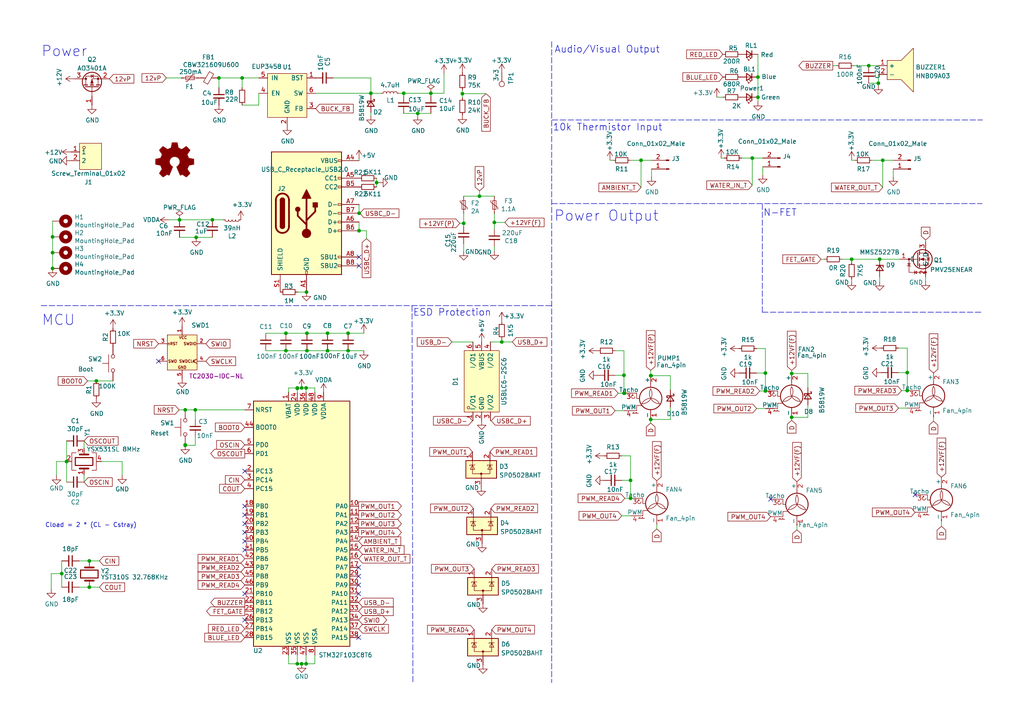
<source format=kicad_sch>
(kicad_sch (version 20211123) (generator eeschema)
  (paper "A4")
  (title_block (title "Opilio") (date "2022-09-05") (rev "5"))
  (junction (at 53.721 118.872))
  (junction (at 219.837 22.352))
  (junction (at 104.14 61.849))
  (junction (at 256.032 46.482))
  (junction (at 247.015 75.184))
  (junction (at 104.14 66.929))
  (junction (at 188.849 108.966))
  (junction (at 100.965 96.647))
  (junction (at 86.233 112.649))
  (junction (at 229.616 108.331))
  (junction (at 254.762 24.13))
  (junction (at 145.542 99.187))
  (junction (at 86.233 112.522))
  (junction (at 89.027 101.727))
  (junction (at 182.88 144.526))
  (junction (at 88.773 112.522))
  (junction (at 17.907 166.37))
  (junction (at 182.88 139.319))
  (junction (at 94.996 96.647))
  (junction (at 181.102 114.046))
  (junction (at 229.616 121.031))
  (junction (at 139.065 56.896))
  (junction (at 188.722 121.666))
  (junction (at 87.503 192.532))
  (junction (at 251.968 19.05))
  (junction (at 117.094 27.051))
  (junction (at 263.144 108.077))
  (junction (at 61.595 63.754))
  (junction (at 82.931 101.727))
  (junction (at 180.975 114.046))
  (junction (at 88.773 192.532))
  (junction (at 134.112 27.178))
  (junction (at 25.908 170.307))
  (junction (at 82.931 96.647))
  (junction (at 86.233 192.532))
  (junction (at 121.158 32.893))
  (junction (at 94.996 101.727))
  (junction (at 218.186 45.847))
  (junction (at 63.5 22.606))
  (junction (at 88.9 84.709))
  (junction (at 52.07 63.754))
  (junction (at 15.24 73.279))
  (junction (at 124.968 27.051))
  (junction (at 56.642 118.872))
  (junction (at 185.928 46.482))
  (junction (at 188.722 108.966))
  (junction (at 100.965 101.727))
  (junction (at 19.304 133.858))
  (junction (at 89.027 96.647))
  (junction (at 70.231 22.606))
  (junction (at 221.996 108.204))
  (junction (at 180.975 108.839))
  (junction (at 219.837 28.194))
  (junction (at 15.24 68.707))
  (junction (at 25.908 162.687))
  (junction (at 134.493 64.77))
  (junction (at 87.503 112.522))
  (junction (at 53.721 129.032))
  (junction (at 109.22 52.959))
  (junction (at 27.94 110.49))
  (junction (at 56.896 68.834))
  (junction (at 107.569 27.051))
  (junction (at 255.143 75.184))
  (junction (at 15.24 77.851))
  (junction (at 221.996 113.411))
  (junction (at 263.144 113.284))
  (junction (at 143.383 64.516))
  (junction (at 53.721 129.159))
  (no_connect (at 70.993 136.652))
  (no_connect (at 223.52 144.78))
  (no_connect (at 70.993 156.972))
  (no_connect (at 70.993 179.832))
  (no_connect (at 70.993 149.352))
  (no_connect (at 104.013 167.132))
  (no_connect (at 70.993 159.512))
  (no_connect (at 104.013 172.212))
  (no_connect (at 104.14 74.549))
  (no_connect (at 104.14 77.089))
  (no_connect (at 70.993 172.212))
  (no_connect (at 104.013 169.672))
  (no_connect (at 70.993 151.892))
  (no_connect (at 45.974 104.775))
  (no_connect (at 265.43 143.51))
  (no_connect (at 104.013 184.912))
  (no_connect (at 70.993 146.812))
  (no_connect (at 104.013 164.592))
  (no_connect (at 70.993 154.432))
  (wire (pts (xy 49.022 63.754) (xy 52.07 63.754)))
  (wire (pts (xy 56.642 126.746) (xy 56.642 129.159)))
  (wire (pts (xy 134.112 27.178) (xy 134.112 28.321)))
  (wire (pts (xy 181.102 114.046) (xy 180.975 114.046)))
  (wire (pts (xy 109.22 51.689) (xy 109.22 52.959)))
  (wire (pts (xy 88.773 192.532) (xy 91.313 192.532)))
  (polyline (pts (xy 119.507 88.646) (xy 119.761 197.993)))
  (wire (pts (xy 52.07 63.754) (xy 61.595 63.754)))
  (wire (pts (xy 86.233 112.649) (xy 86.233 113.792)))
  (wire (pts (xy 100.965 101.727) (xy 105.537 101.727)))
  (wire (pts (xy 218.186 45.847) (xy 221.234 45.847)))
  (wire (pts (xy 185.928 54.356) (xy 185.928 46.482)))
  (wire (pts (xy 229.616 107.442) (xy 229.616 108.331)))
  (wire (pts (xy 145.542 93.345) (xy 145.542 93.091)))
  (wire (pts (xy 107.569 33.528) (xy 107.569 32.639)))
  (wire (pts (xy 180.975 101.727) (xy 178.435 101.727)))
  (wire (pts (xy 134.493 72.898) (xy 134.493 70.739)))
  (wire (pts (xy 107.569 27.051) (xy 110.617 27.051)))
  (wire (pts (xy 104.14 46.101) (xy 104.14 46.609)))
  (wire (pts (xy 188.849 108.966) (xy 188.722 108.966)))
  (wire (pts (xy 29.464 133.858) (xy 35.433 133.858)))
  (wire (pts (xy 263.144 118.364) (xy 260.604 118.364)))
  (wire (pts (xy 251.968 19.05) (xy 254.762 19.05)))
  (wire (pts (xy 252.984 46.482) (xy 256.032 46.482)))
  (wire (pts (xy 234.315 112.395) (xy 234.315 108.331)))
  (wire (pts (xy 104.14 59.309) (xy 104.14 61.849)))
  (wire (pts (xy 91.313 192.532) (xy 91.313 189.992)))
  (wire (pts (xy 259.08 49.022) (xy 259.08 51.308)))
  (wire (pts (xy 221.234 48.387) (xy 221.234 50.673)))
  (wire (pts (xy 260.604 108.077) (xy 263.144 108.077)))
  (wire (pts (xy 143.383 71.501) (xy 143.383 72.771)))
  (wire (pts (xy 215.138 45.847) (xy 218.186 45.847)))
  (wire (pts (xy 194.437 118.11) (xy 194.437 121.666)))
  (wire (pts (xy 107.569 22.606) (xy 107.569 27.051)))
  (wire (pts (xy 63.5 22.606) (xy 70.231 22.606)))
  (wire (pts (xy 234.315 121.031) (xy 229.616 121.031)))
  (wire (pts (xy 56.896 68.834) (xy 61.595 68.834)))
  (wire (pts (xy 255.143 75.184) (xy 260.858 75.184)))
  (wire (pts (xy 182.88 139.319) (xy 182.88 132.207)))
  (wire (pts (xy 209.169 45.847) (xy 210.058 45.847)))
  (wire (pts (xy 180.34 139.319) (xy 182.88 139.319)))
  (wire (pts (xy 86.233 112.522) (xy 87.503 112.522)))
  (wire (pts (xy 83.693 112.522) (xy 83.693 113.792)))
  (wire (pts (xy 139.065 56.896) (xy 143.383 56.896)))
  (wire (pts (xy 263.144 113.284) (xy 261.493 113.284)))
  (wire (pts (xy 87.503 112.522) (xy 88.773 112.522)))
  (wire (pts (xy 182.88 144.526) (xy 182.88 139.319)))
  (wire (pts (xy 134.493 56.896) (xy 139.065 56.896)))
  (wire (pts (xy 143.383 64.516) (xy 143.383 61.976)))
  (wire (pts (xy 180.975 114.046) (xy 179.324 114.046)))
  (wire (pts (xy 247.015 75.184) (xy 255.143 75.184)))
  (polyline (pts (xy 221.107 90.551) (xy 284.988 90.551)))
  (wire (pts (xy 56.642 129.159) (xy 53.721 129.159)))
  (wire (pts (xy 145.542 99.187) (xy 148.59 99.187)))
  (wire (pts (xy 234.315 117.475) (xy 234.315 121.031)))
  (wire (pts (xy 22.987 162.687) (xy 25.908 162.687)))
  (wire (pts (xy 87.503 192.532) (xy 88.773 192.532)))
  (wire (pts (xy 194.437 108.966) (xy 188.849 108.966)))
  (wire (pts (xy 17.907 166.37) (xy 17.907 170.307)))
  (wire (pts (xy 70.231 22.606) (xy 75.057 22.606)))
  (wire (pts (xy 19.304 133.858) (xy 19.304 127.889)))
  (wire (pts (xy 53.721 129.159) (xy 53.721 129.032)))
  (wire (pts (xy 124.968 27.813) (xy 124.968 27.051)))
  (wire (pts (xy 188.722 121.666) (xy 188.722 122.682)))
  (wire (pts (xy 134.493 65.659) (xy 134.493 64.77)))
  (wire (pts (xy 86.233 192.532) (xy 87.503 192.532)))
  (wire (pts (xy 24.384 139.827) (xy 24.384 137.668)))
  (wire (pts (xy 229.616 121.031) (xy 229.616 121.92)))
  (wire (pts (xy 117.094 27.051) (xy 124.968 27.051)))
  (wire (pts (xy 63.5 22.606) (xy 63.5 25.4)))
  (polyline (pts (xy 160.02 59.055) (xy 284.861 59.055)))
  (wire (pts (xy 104.14 61.849) (xy 104.394 61.849)))
  (wire (pts (xy 247.65 19.05) (xy 251.968 19.05)))
  (wire (pts (xy 115.697 27.051) (xy 117.094 27.051)))
  (wire (pts (xy 83.693 192.532) (xy 86.233 192.532)))
  (wire (pts (xy 142.24 99.187) (xy 145.542 99.187)))
  (wire (pts (xy 190.5 152.146) (xy 190.5 153.416)))
  (wire (pts (xy 16.383 133.858) (xy 16.383 137.922)))
  (wire (pts (xy 77.089 101.727) (xy 82.931 101.727)))
  (wire (pts (xy 88.773 112.522) (xy 88.773 113.792)))
  (wire (pts (xy 109.855 52.959) (xy 109.22 52.959)))
  (wire (pts (xy 100.965 96.647) (xy 105.537 96.647)))
  (wire (pts (xy 207.899 28.194) (xy 209.677 28.194)))
  (wire (pts (xy 117.094 27.051) (xy 117.094 27.813)))
  (wire (pts (xy 86.233 112.522) (xy 86.233 112.649)))
  (wire (pts (xy 17.907 162.687) (xy 17.907 166.37)))
  (wire (pts (xy 247.015 75.184) (xy 247.015 75.946)))
  (wire (pts (xy 263.144 113.284) (xy 263.144 108.077)))
  (wire (pts (xy 121.158 33.528) (xy 121.158 32.893)))
  (wire (pts (xy 255.143 80.264) (xy 255.143 81.661)))
  (wire (pts (xy 56.642 118.872) (xy 56.642 121.666)))
  (wire (pts (xy 91.567 27.051) (xy 107.569 27.051)))
  (wire (pts (xy 61.595 63.754) (xy 64.77 63.754)))
  (wire (pts (xy 62.992 22.606) (xy 63.5 22.606)))
  (polyline (pts (xy 160.147 34.798) (xy 284.988 34.798)))
  (wire (pts (xy 256.032 46.482) (xy 259.08 46.482)))
  (wire (pts (xy 146.431 64.516) (xy 143.383 64.516)))
  (wire (pts (xy 221.996 113.411) (xy 221.996 108.204)))
  (wire (pts (xy 91.313 112.522) (xy 91.313 113.792)))
  (wire (pts (xy 180.975 114.046) (xy 180.975 108.839)))
  (wire (pts (xy 176.911 46.482) (xy 177.8 46.482)))
  (wire (pts (xy 140.97 27.178) (xy 134.112 27.178)))
  (wire (pts (xy 83.693 189.992) (xy 83.693 192.532)))
  (wire (pts (xy 94.996 101.727) (xy 100.965 101.727)))
  (wire (pts (xy 134.493 64.77) (xy 133.35 64.77)))
  (wire (pts (xy 231.14 152.4) (xy 231.14 153.67)))
  (polyline (pts (xy 221.107 59.182) (xy 221.107 90.551)))
  (wire (pts (xy 256.032 54.356) (xy 256.032 46.482)))
  (wire (pts (xy 25.4 110.49) (xy 27.94 110.49)))
  (wire (pts (xy 19.304 139.827) (xy 19.304 133.858)))
  (wire (pts (xy 77.089 96.647) (xy 82.931 96.647)))
  (wire (pts (xy 57.658 22.606) (xy 57.912 22.606)))
  (wire (pts (xy 56.642 118.872) (xy 70.993 118.872)))
  (wire (pts (xy 247.015 46.482) (xy 247.904 46.482)))
  (wire (pts (xy 273.05 151.13) (xy 273.05 152.654)))
  (wire (pts (xy 24.384 130.048) (xy 24.384 127.889)))
  (wire (pts (xy 134.112 26.162) (xy 134.112 27.178)))
  (wire (pts (xy 180.975 108.839) (xy 180.975 101.727)))
  (wire (pts (xy 52.07 68.834) (xy 56.896 68.834)))
  (wire (pts (xy 106.299 69.215) (xy 106.299 66.929)))
  (wire (pts (xy 134.493 64.77) (xy 134.493 61.976)))
  (wire (pts (xy 86.36 84.709) (xy 88.9 84.709)))
  (wire (pts (xy 15.24 73.279) (xy 15.24 77.851)))
  (wire (pts (xy 121.158 32.893) (xy 117.094 32.893)))
  (wire (pts (xy 185.928 46.482) (xy 188.976 46.482)))
  (wire (pts (xy 244.221 75.184) (xy 247.015 75.184)))
  (wire (pts (xy 70.231 22.606) (xy 70.231 25.4)))
  (wire (pts (xy 268.478 81.534) (xy 268.478 80.264)))
  (wire (pts (xy 75.057 30.48) (xy 75.057 27.051)))
  (wire (pts (xy 51.943 118.872) (xy 53.721 118.872)))
  (wire (pts (xy 181.102 119.126) (xy 178.435 119.126)))
  (wire (pts (xy 89.027 96.647) (xy 94.996 96.647)))
  (wire (pts (xy 16.383 133.858) (xy 19.304 133.858)))
  (wire (pts (xy 82.931 96.647) (xy 89.027 96.647)))
  (polyline (pts (xy 160.02 84.963) (xy 160.02 197.993)))
  (wire (pts (xy 188.722 121.666) (xy 194.437 121.666)))
  (wire (pts (xy 251.968 24.13) (xy 254.762 24.13)))
  (wire (pts (xy 86.233 189.992) (xy 86.233 192.532)))
  (wire (pts (xy 182.88 46.482) (xy 185.928 46.482)))
  (wire (pts (xy 107.569 27.051) (xy 107.569 27.559)))
  (wire (pts (xy 221.996 101.092) (xy 219.456 101.092)))
  (wire (pts (xy 128.778 21.336) (xy 128.778 27.051)))
  (wire (pts (xy 27.94 110.49) (xy 32.766 110.49)))
  (wire (pts (xy 88.773 112.522) (xy 91.313 112.522)))
  (polyline (pts (xy 160.02 12.065) (xy 160.02 84.963)))
  (wire (pts (xy 94.996 96.647) (xy 100.965 96.647)))
  (wire (pts (xy 247.015 81.026) (xy 247.015 81.534)))
  (wire (pts (xy 263.144 108.077) (xy 263.144 100.965)))
  (wire (pts (xy 178.435 108.839) (xy 180.975 108.839)))
  (wire (pts (xy 14.859 170.815) (xy 14.859 166.37)))
  (wire (pts (xy 121.158 32.893) (xy 124.968 32.893)))
  (wire (pts (xy 131.064 99.187) (xy 137.16 99.187)))
  (wire (pts (xy 238.125 75.184) (xy 239.141 75.184)))
  (wire (pts (xy 89.027 101.727) (xy 94.996 101.727)))
  (wire (pts (xy 194.437 113.03) (xy 194.437 108.966)))
  (wire (pts (xy 15.24 64.135) (xy 15.24 68.707)))
  (wire (pts (xy 14.859 166.37) (xy 17.907 166.37)))
  (wire (pts (xy 219.837 15.748) (xy 219.837 22.352)))
  (wire (pts (xy 142.494 122.047) (xy 142.24 122.047)))
  (wire (pts (xy 145.542 98.425) (xy 145.542 99.187)))
  (wire (pts (xy 83.693 112.522) (xy 86.233 112.522)))
  (wire (pts (xy 109.22 52.959) (xy 109.22 54.229)))
  (wire (pts (xy 139.065 55.372) (xy 139.065 56.896)))
  (wire (pts (xy 143.383 66.421) (xy 143.383 64.516)))
  (wire (pts (xy 53.721 118.872) (xy 56.642 118.872)))
  (wire (pts (xy 96.647 22.606) (xy 107.569 22.606)))
  (wire (pts (xy 221.996 108.204) (xy 221.996 101.092)))
  (wire (pts (xy 254.762 24.13) (xy 254.762 21.59)))
  (wire (pts (xy 219.837 22.352) (xy 219.837 28.194)))
  (wire (pts (xy 25.908 170.307) (xy 28.829 170.307)))
  (wire (pts (xy 221.996 113.411) (xy 220.345 113.411)))
  (wire (pts (xy 104.14 66.929) (xy 106.299 66.929)))
  (wire (pts (xy 137.033 122.047) (xy 137.16 122.047)))
  (wire (pts (xy 263.144 100.965) (xy 260.604 100.965)))
  (wire (pts (xy 15.24 68.707) (xy 15.24 73.279)))
  (wire (pts (xy 221.996 118.491) (xy 219.456 118.491)))
  (wire (pts (xy 219.837 28.194) (xy 219.837 29.464)))
  (wire (pts (xy 270.764 120.904) (xy 270.764 122.174)))
  (wire (pts (xy 124.968 27.051) (xy 128.778 27.051)))
  (wire (pts (xy 219.456 108.204) (xy 221.996 108.204)))
  (wire (pts (xy 188.722 107.442) (xy 188.722 108.966)))
  (wire (pts (xy 22.987 170.307) (xy 25.908 170.307)))
  (wire (pts (xy 188.976 49.022) (xy 188.976 51.308)))
  (wire (pts (xy 82.931 101.727) (xy 89.027 101.727)))
  (wire (pts (xy 182.88 132.207) (xy 180.34 132.207)))
  (wire (pts (xy 104.14 64.389) (xy 104.14 66.929)))
  (wire (pts (xy 48.26 22.606) (xy 52.578 22.606)))
  (wire (pts (xy 254.762 24.765) (xy 254.762 24.13)))
  (wire (pts (xy 268.478 69.596) (xy 268.478 70.104)))
  (wire (pts (xy 35.433 137.795) (xy 35.433 133.858)))
  (polyline (pts (xy 11.938 88.646) (xy 160.02 88.646)))
  (wire (pts (xy 70.231 30.48) (xy 75.057 30.48)))
  (wire (pts (xy 88.773 189.992) (xy 88.773 192.532)))
  (wire (pts (xy 234.315 108.331) (xy 229.616 108.331)))
  (wire (pts (xy 182.88 144.526) (xy 181.229 144.526)))
  (wire (pts (xy 25.908 162.687) (xy 28.829 162.687)))
  (wire (pts (xy 241.554 19.05) (xy 242.57 19.05)))
  (wire (pts (xy 182.88 149.606) (xy 180.34 149.606)))
  (wire (pts (xy 218.186 53.721) (xy 218.186 45.847)))
  (text "Cload = 2 * (CL - Cstray)" (at 13.081 153.162 0) (effects (font (size 1.27 1.27)) (justify left bottom)))
  (text "Power Output" (at 160.655 64.516 0) (effects (font (size 3 3)) (justify left bottom)))
  (text "N-FET" (at 221.361 62.992 0) (effects (font (size 2 2)) (justify left bottom)))
  (text "Audio/Visual Output" (at 160.782 15.621 0) (effects (font (size 2 2)) (justify left bottom)))
  (text "ESD Protection" (at 119.761 91.948 0) (effects (font (size 2 2)) (justify left bottom)))
  (text "MCU" (at 12.065 94.742 0) (effects (font (size 3 3)) (justify left bottom)))
  (text "Power" (at 11.938 16.764 0) (effects (font (size 3 3)) (justify left bottom)))
  (text "10k Thermistor Input" (at 160.274 38.227 0) (effects (font (size 2 2)) (justify left bottom)))
  (global_label "PWM_OUT3" (shape input) (at 260.604 118.364 180) (property "Intersheet References" "${INTERSHEET_REFS}" (effects hide)))
  (global_label "NRST" (shape input) (at 51.943 118.872 180) (property "Intersheet References" "${INTERSHEET_REFS}" (effects hide)))
  (global_label "BUZZER" (shape output) (at 70.993 174.752 180) (property "Intersheet References" "${INTERSHEET_REFS}" (effects hide)))
  (global_label "PWM_OUT1" (shape input) (at 137.033 131.064 180) (property "Intersheet References" "${INTERSHEET_REFS}" (effects hide)))
  (global_label "+12VF(F)" (shape input) (at 146.431 64.516 0) (property "Intersheet References" "${INTERSHEET_REFS}" (effects hide)))
  (global_label "PWM_READ2" (shape input) (at 142.367 147.447 0) (property "Intersheet References" "${INTERSHEET_REFS}" (effects hide)))
  (global_label "OSCOUT" (shape input) (at 24.384 127.889 0) (property "Intersheet References" "${INTERSHEET_REFS}" (effects hide)))
  (global_label "OSCOUT" (shape output) (at 70.993 131.572 180) (property "Intersheet References" "${INTERSHEET_REFS}" (effects hide)))
  (global_label "USBC_D-" (shape input) (at 137.033 122.047 180) (property "Intersheet References" "${INTERSHEET_REFS}" (effects hide)))
  (global_label "D" (shape input) (at 231.14 153.67 270) (property "Intersheet References" "${INTERSHEET_REFS}" (effects hide)))
  (global_label "RED_LED" (shape input) (at 70.993 182.372 180) (property "Intersheet References" "${INTERSHEET_REFS}" (effects hide)))
  (global_label "PWM_OUT4" (shape input) (at 180.34 149.606 180) (property "Intersheet References" "${INTERSHEET_REFS}" (effects hide)))
  (global_label "PWM_READ3" (shape input) (at 142.621 164.973 0) (property "Intersheet References" "${INTERSHEET_REFS}" (effects hide)))
  (global_label "PWM_OUT3" (shape input) (at 137.541 164.973 180) (property "Intersheet References" "${INTERSHEET_REFS}" (effects hide)))
  (global_label "USBC_D+" (shape input) (at 142.494 122.047 0) (property "Intersheet References" "${INTERSHEET_REFS}" (effects hide)))
  (global_label "SWIO" (shape input) (at 59.69 99.695 0) (property "Intersheet References" "${INTERSHEET_REFS}" (effects hide)))
  (global_label "BUZZER" (shape output) (at 241.554 19.05 180) (property "Intersheet References" "${INTERSHEET_REFS}" (effects hide)))
  (global_label "PWM_READ2" (shape input) (at 70.993 164.592 180) (property "Intersheet References" "${INTERSHEET_REFS}" (effects hide)))
  (global_label "+12VF(P)" (shape input) (at 188.722 107.442 90) (property "Intersheet References" "${INTERSHEET_REFS}" (effects hide)))
  (global_label "PWM_OUT4" (shape input) (at 223.52 149.86 180) (property "Intersheet References" "${INTERSHEET_REFS}" (effects hide)))
  (global_label "NRST" (shape input) (at 45.974 99.695 180) (property "Intersheet References" "${INTERSHEET_REFS}" (effects hide)))
  (global_label "WATER_IN_T" (shape input) (at 218.186 53.721 180) (property "Intersheet References" "${INTERSHEET_REFS}" (effects hide)))
  (global_label "+12VF(F)" (shape input) (at 270.764 108.204 90) (property "Intersheet References" "${INTERSHEET_REFS}" (effects hide)))
  (global_label "PWM_READ1" (shape input) (at 142.113 131.064 0) (property "Intersheet References" "${INTERSHEET_REFS}" (effects hide)))
  (global_label "PWM_READ3" (shape input) (at 261.493 113.284 180) (property "Intersheet References" "${INTERSHEET_REFS}" (effects hide)))
  (global_label "PWM_OUT1" (shape output) (at 104.013 146.812 0) (property "Intersheet References" "${INTERSHEET_REFS}" (effects hide)))
  (global_label "USB_D+" (shape input) (at 104.013 177.292 0) (property "Intersheet References" "${INTERSHEET_REFS}" (effects hide)))
  (global_label "BLUE_LED" (shape input) (at 70.993 184.912 180) (property "Intersheet References" "${INTERSHEET_REFS}" (effects hide)))
  (global_label "+12VF(F)" (shape input) (at 231.14 139.7 90) (property "Intersheet References" "${INTERSHEET_REFS}" (effects hide)))
  (global_label "PWM_OUT4" (shape input) (at 265.43 148.59 180) (property "Intersheet References" "${INTERSHEET_REFS}" (effects hide)))
  (global_label "+12VF(F)" (shape input) (at 190.5 139.446 90) (property "Intersheet References" "${INTERSHEET_REFS}" (effects hide)))
  (global_label "RED_LED" (shape input) (at 209.677 15.748 180) (property "Intersheet References" "${INTERSHEET_REFS}" (effects hide)))
  (global_label "WATER_IN_T" (shape input) (at 104.013 159.512 0) (property "Intersheet References" "${INTERSHEET_REFS}" (effects hide)))
  (global_label "CIN" (shape input) (at 28.829 162.687 0) (property "Intersheet References" "${INTERSHEET_REFS}" (effects hide)))
  (global_label "SWIO" (shape bidirectional) (at 104.013 179.832 0) (property "Intersheet References" "${INTERSHEET_REFS}" (effects hide)))
  (global_label "BOOT0" (shape input) (at 70.993 123.952 180) (property "Intersheet References" "${INTERSHEET_REFS}" (effects hide)))
  (global_label "D" (shape input) (at 188.722 122.682 270) (property "Intersheet References" "${INTERSHEET_REFS}" (effects hide)))
  (global_label "BUCK_FB" (shape input) (at 140.97 27.178 270) (property "Intersheet References" "${INTERSHEET_REFS}" (effects hide)))
  (global_label "D" (shape input) (at 268.478 69.596 90) (property "Intersheet References" "${INTERSHEET_REFS}" (effects hide)))
  (global_label "PWM_READ1" (shape input) (at 179.324 114.046 180) (property "Intersheet References" "${INTERSHEET_REFS}" (effects hide)))
  (global_label "PWM_READ4" (shape input) (at 137.541 182.626 180) (property "Intersheet References" "${INTERSHEET_REFS}" (effects hide)))
  (global_label "PWM_OUT4" (shape input) (at 142.621 182.626 0) (property "Intersheet References" "${INTERSHEET_REFS}" (effects hide)))
  (global_label "BOOT0" (shape input) (at 25.4 110.49 180) (property "Intersheet References" "${INTERSHEET_REFS}" (effects hide)))
  (global_label "OSCIN" (shape input) (at 70.993 129.032 180) (property "Intersheet References" "${INTERSHEET_REFS}" (effects hide)))
  (global_label "OSCIN" (shape input) (at 24.384 139.827 0) (property "Intersheet References" "${INTERSHEET_REFS}" (effects hide)))
  (global_label "SWCLK" (shape input) (at 59.69 104.775 0) (property "Intersheet References" "${INTERSHEET_REFS}" (effects hide)))
  (global_label "PWM_OUT1" (shape input) (at 178.435 119.126 180) (property "Intersheet References" "${INTERSHEET_REFS}" (effects hide)))
  (global_label "USB_D-" (shape input) (at 104.013 174.752 0) (property "Intersheet References" "${INTERSHEET_REFS}" (effects hide)))
  (global_label "USBC_D+" (shape input) (at 106.299 69.215 270) (property "Intersheet References" "${INTERSHEET_REFS}" (effects hide)))
  (global_label "PWM_READ2" (shape input) (at 220.345 113.411 180) (property "Intersheet References" "${INTERSHEET_REFS}" (effects hide)))
  (global_label "WATER_OUT_T" (shape input) (at 256.032 54.356 180) (property "Intersheet References" "${INTERSHEET_REFS}" (effects hide)))
  (global_label "USB_D-" (shape input) (at 131.064 99.187 180) (property "Intersheet References" "${INTERSHEET_REFS}" (effects hide)))
  (global_label "PWM_READ4" (shape input) (at 181.229 144.526 180) (property "Intersheet References" "${INTERSHEET_REFS}" (effects hide)))
  (global_label "BLUE_LED" (shape input) (at 209.677 22.352 180) (property "Intersheet References" "${INTERSHEET_REFS}" (effects hide)))
  (global_label "PWM_OUT2" (shape input) (at 219.456 118.491 180) (property "Intersheet References" "${INTERSHEET_REFS}" (effects hide)))
  (global_label "USBC_D-" (shape input) (at 104.394 61.849 0) (property "Intersheet References" "${INTERSHEET_REFS}" (effects hide)))
  (global_label "PWM_READ4" (shape input) (at 70.993 169.672 180) (property "Intersheet References" "${INTERSHEET_REFS}" (effects hide)))
  (global_label "12vP" (shape input) (at 31.75 22.86 0) (property "Intersheet References" "${INTERSHEET_REFS}" (effects hide)))
  (global_label "PWM_OUT3" (shape output) (at 104.013 151.892 0) (property "Intersheet References" "${INTERSHEET_REFS}" (effects hide)))
  (global_label "PWM_READ1" (shape input) (at 70.993 162.052 180) (property "Intersheet References" "${INTERSHEET_REFS}" (effects hide)))
  (global_label "PWM_OUT2" (shape output) (at 104.013 149.352 0) (property "Intersheet References" "${INTERSHEET_REFS}" (effects hide)))
  (global_label "PWM_READ3" (shape input) (at 70.993 167.132 180) (property "Intersheet References" "${INTERSHEET_REFS}" (effects hide)))
  (global_label "+12VF(P)" (shape input) (at 133.35 64.77 180) (property "Intersheet References" "${INTERSHEET_REFS}" (effects hide)))
  (global_label "CIN" (shape input) (at 70.993 139.192 180) (property "Intersheet References" "${INTERSHEET_REFS}" (effects hide)))
  (global_label "PWM_OUT2" (shape input) (at 137.287 147.447 180) (property "Intersheet References" "${INTERSHEET_REFS}" (effects hide)))
  (global_label "FET_GATE" (shape input) (at 238.125 75.184 180) (property "Intersheet References" "${INTERSHEET_REFS}" (effects hide)))
  (global_label "12vP" (shape input) (at 139.065 55.372 90) (property "Intersheet References" "${INTERSHEET_REFS}" (effects hide)))
  (global_label "D" (shape input) (at 190.5 153.416 270) (property "Intersheet References" "${INTERSHEET_REFS}" (effects hide)))
  (global_label "AMBIENT_T" (shape input) (at 104.013 156.972 0) (property "Intersheet References" "${INTERSHEET_REFS}" (effects hide)))
  (global_label "COUT" (shape input) (at 28.829 170.307 0) (property "Intersheet References" "${INTERSHEET_REFS}" (effects hide)))
  (global_label "D" (shape input) (at 229.616 121.92 270) (property "Intersheet References" "${INTERSHEET_REFS}" (effects hide)))
  (global_label "COUT" (shape input) (at 70.993 141.732 180) (property "Intersheet References" "${INTERSHEET_REFS}" (effects hide)))
  (global_label "D" (shape input) (at 273.05 152.654 270) (property "Intersheet References" "${INTERSHEET_REFS}" (effects hide)))
  (global_label "WATER_OUT_T" (shape input) (at 104.013 162.052 0) (property "Intersheet References" "${INTERSHEET_REFS}" (effects hide)))
  (global_label "FET_GATE" (shape output) (at 70.993 177.292 180) (property "Intersheet References" "${INTERSHEET_REFS}" (effects hide)))
  (global_label "USB_D+" (shape input) (at 148.59 99.187 0) (property "Intersheet References" "${INTERSHEET_REFS}" (effects hide)))
  (global_label "PWM_OUT4" (shape output) (at 104.013 154.432 0) (property "Intersheet References" "${INTERSHEET_REFS}" (effects hide)))
  (global_label "+12VF(F)" (shape input) (at 229.616 107.442 90) (property "Intersheet References" "${INTERSHEET_REFS}" (effects hide)))
  (global_label "SWCLK" (shape input) (at 104.013 182.372 0) (property "Intersheet References" "${INTERSHEET_REFS}" (effects hide)))
  (global_label "+12VF(F)" (shape input) (at 273.05 138.43 90) (property "Intersheet References" "${INTERSHEET_REFS}" (effects hide)))
  (global_label "12vP" (shape input) (at 48.26 22.606 180) (property "Intersheet References" "${INTERSHEET_REFS}" (effects hide)))
  (global_label "D" (shape input) (at 270.764 122.174 270) (property "Intersheet References" "${INTERSHEET_REFS}" (effects hide)))
  (global_label "AMBIENT_T" (shape input) (at 185.928 54.356 180) (property "Intersheet References" "${INTERSHEET_REFS}" (effects hide)))
  (global_label "BUCK_FB" (shape input) (at 91.567 31.496 0) (property "Intersheet References" "${INTERSHEET_REFS}" (effects hide)))
  (symbol (lib_id "Switch:SW_Push") (at 32.766 105.41 90) (unit 1)
    (property "Reference" "SW2" (at 25.527 104.14 90) (effects (justify right)))
    (property "Value" "Boot" (at 22.606 107.061 90) (effects (justify right)))
    (property "Footprint" "easyeda2kicad:SW-SMD_L3.0-W2.5-P3.40-LS4.0-L" (effects hide))
    (property "LCSC Part" "C2689695" (effects hide))
  )
  (symbol (lib_id "power:PWR_FLAG") (at 124.968 27.051 0) (unit 1)
    (property "Reference" "#FLG02" (effects hide))
    (property "Value" "PWR_FLAG" (at 122.936 23.495 0))
  )
  (symbol (lib_id "Mechanical:MountingHole_Pad") (at 17.78 73.279 270) (unit 1)
    (property "Reference" "H3" (at 21.59 72.1106 90) (effects (justify left)))
    (property "Value" "MountingHole_Pad" (at 21.59 74.422 90) (effects (justify left)))
    (property "Footprint" "MountingHole:MountingHole_3mm_Pad_Via" (effects hide))
    (property "LCSC Part" "NA" (effects hide))
  )
  (symbol (lib_id "power:VDDA") (at 49.022 63.754 90) (unit 1)
    (property "Reference" "#PWR023" (effects hide))
    (property "Value" "VDDA" (at 43.942 63.754 90))
  )
  (symbol (lib_id "power:+3.3V") (at 176.911 46.482 0) (unit 1)
    (property "Reference" "#PWR040" (effects hide))
    (property "Value" "+3.3V" (at 176.784 40.894 90))
  )
  (symbol (lib_id "Connector:Conn_01x02_Male") (at 194.056 49.022 180) (unit 1)
    (property "Reference" "J3" (at 194.7672 46.0248 0) (effects (justify right)))
    (property "Value" "Conn_01x02_Male" (at 181.737 41.656 0) (effects (justify right)))
    (property "Footprint" "Connector_PinHeader_2.54mm:PinHeader_1x02_P2.54mm_Vertical" (effects hide))
    (property "LCSC Part" "NA" (effects hide))
  )
  (symbol (lib_id "Power_Protection:SP0502BAHT") (at 139.827 152.527 0) (unit 1)
    (property "Reference" "D4" (at 145.034 151.6923 0) (effects (justify left)))
    (property "Value" "SP0502BAHT" (at 145.034 154.2292 0) (effects (justify left)))
    (property "Footprint" "Package_TO_SOT_SMD:SOT-23" (effects hide))
    (property "Datasheet" "http://www.littelfuse.com/~/media/files/littelfuse/technical%20resources/documents/data%20sheets/sp05xxba.pdf" (effects hide))
    (property "LCSC Part" "C70435" (effects hide))
  )
  (symbol (lib_id "Custom:EUP3458") (at 83.312 28.956 0) (unit 1)
    (property "Reference" "U1" (at 83.312 19.431 0))
    (property "Value" "EUP3458" (at 77.343 19.304 0))
    (property "Footprint" "Package_TO_SOT_SMD:SOT-23-6_Handsoldering" (effects hide))
    (property "LCSC Part" "C89300" (effects hide))
  )
  (symbol (lib_id "Device:R_Small") (at 212.217 15.748 90) (unit 1)
    (property "Reference" "R5" (at 213.995 13.97 90) (effects (justify left)))
    (property "Value" "200R" (at 214.757 17.78 90) (effects (justify left)))
    (property "Footprint" "Resistor_SMD:R_0402_1005Metric_Pad0.72x0.64mm_HandSolder" (effects hide))
    (property "LCSC Part" "C114764" (effects hide))
  )
  (symbol (lib_id "power:GND") (at 27.94 115.57 0) (unit 1)
    (property "Reference" "#PWR03" (effects hide))
    (property "Value" "GND" (at 28.067 119.9642 0))
  )
  (symbol (lib_id "Motor:Fan_4pin") (at 231.14 147.32 0) (unit 1)
    (property "Reference" "FAN5" (at 233.68 142.24 0) (effects (justify left)))
    (property "Value" "Fan_4pin" (at 231.521 151.511 0) (effects (justify left top)))
    (property "Footprint" "Custom:FanPinHeader_1x04_P2.54mm_Vertical_no_hole" (effects hide))
    (property "Datasheet" "http://www.formfactors.org/developer%5Cspecs%5Crev1_2_public.pdf" (effects hide))
    (property "LCSC Part" "NA" (effects hide))
  )
  (symbol (lib_id "power:GND") (at 221.234 50.673 0) (unit 1)
    (property "Reference" "#PWR055" (effects hide))
    (property "Value" "GND" (at 221.361 55.0672 0))
  )
  (symbol (lib_id "Power_Protection:SP0502BAHT") (at 140.081 187.706 0) (unit 1)
    (property "Reference" "D6" (at 145.288 186.8713 0) (effects (justify left)))
    (property "Value" "SP0502BAHT" (at 145.288 189.4082 0) (effects (justify left)))
    (property "Footprint" "Package_TO_SOT_SMD:SOT-23" (effects hide))
    (property "Datasheet" "http://www.littelfuse.com/~/media/files/littelfuse/technical%20resources/documents/data%20sheets/sp05xxba.pdf" (effects hide))
    (property "LCSC Part" "C70435" (effects hide))
  )
  (symbol (lib_id "power:GND") (at 219.837 29.464 0) (unit 1)
    (property "Reference" "#PWR016" (effects hide))
    (property "Value" "GND" (at 219.964 33.8582 0))
  )
  (symbol (lib_id "Device:Polyfuse_Small") (at 55.118 22.606 90) (unit 1)
    (property "Reference" "F1" (at 54.991 25.146 90))
    (property "Value" "250mA" (at 55.245 20.828 90))
    (property "Footprint" "Fuse:Fuse_1206_3216Metric_Pad1.42x1.75mm_HandSolder" (effects hide))
    (property "LCSC Part" "C269112" (effects hide))
  )
  (symbol (lib_id "Device:C_Small") (at 216.916 108.204 90) (unit 1)
    (property "Reference" "C19" (at 218.186 105.664 90) (effects (justify left)))
    (property "Value" "10nF" (at 219.964 110.871 90) (effects (justify left)))
    (property "Footprint" "Capacitor_SMD:C_0402_1005Metric_Pad0.74x0.62mm_HandSolder" (effects hide))
    (property "LCSC Part" " C272878" (effects hide))
  )
  (symbol (lib_id "MCU_ST_STM32F1:STM32F103C8Tx") (at 88.773 151.892 0) (unit 1)
    (property "Reference" "U2" (at 74.803 188.722 0))
    (property "Value" "STM32F103C8T6" (at 100.203 189.992 0))
    (property "Footprint" "Package_QFP:LQFP-48_7x7mm_P0.5mm" (effects hide))
    (property "Datasheet" "http://www.st.com/st-web-ui/static/active/en/resource/technical/document/datasheet/CD00161566.pdf" (effects hide))
    (property "LCSC Part" "C8734" (effects hide))
  )
  (symbol (lib_id "Device:D_Schottky_Small") (at 194.437 115.57 270) (unit 1)
    (property "Reference" "D10" (at 193.294 120.015 90) (effects (justify left)))
    (property "Value" "B5819W" (at 198.501 112.776 0) (effects (justify left)))
    (property "Footprint" "Diode_SMD:D_SMA-SMB_Universal_Handsoldering" (effects hide))
    (property "LCSC Part" "C917036" (effects hide))
  )
  (symbol (lib_id "power:+3.3V") (at 145.542 21.082 0) (unit 1)
    (property "Reference" "#PWR039" (effects hide))
    (property "Value" "+3.3V" (at 145.415 17.526 0))
  )
  (symbol (lib_id "power:GND") (at 63.5 30.48 0) (unit 1)
    (property "Reference" "#PWR014" (effects hide))
    (property "Value" "GND" (at 63.627 34.8742 0))
  )
  (symbol (lib_id "power:GND") (at 14.859 170.815 0) (unit 1)
    (property "Reference" "#PWR065" (effects hide))
    (property "Value" "GND" (at 14.986 175.2092 0))
  )
  (symbol (lib_id "Connector:Conn_01x02_Male") (at 264.16 49.022 180) (unit 1)
    (property "Reference" "J5" (at 264.8712 46.0248 0) (effects (justify right)))
    (property "Value" "Conn_01x02_Male" (at 251.841 41.656 0) (effects (justify right)))
    (property "Footprint" "Connector_PinHeader_2.54mm:PinHeader_1x02_P2.54mm_Vertical" (effects hide))
    (property "LCSC Part" "NA" (effects hide))
  )
  (symbol (lib_id "Device:R_Small") (at 106.68 54.229 270) (unit 1)
    (property "Reference" "R22" (at 104.648 56.261 90))
    (property "Value" "5K11" (at 108.077 56.261 90))
    (property "Footprint" "Resistor_SMD:R_0402_1005Metric_Pad0.72x0.64mm_HandSolder" (effects hide))
    (property "LCSC Part" "C2684528" (effects hide))
  )
  (symbol (lib_id "power:+3.3V") (at 247.015 46.482 0) (unit 1)
    (property "Reference" "#PWR058" (effects hide))
    (property "Value" "+3.3V" (at 246.888 40.894 90))
  )
  (symbol (lib_id "easyeda:USBLC6-2P6_C2827693") (at 139.7 110.617 90) (unit 1)
    (property "Reference" "D1" (at 132.08 110.617 0))
    (property "Value" "USBLC6-2SC6" (at 146.177 110.617 0))
    (property "Footprint" "Package_TO_SOT_SMD:SOT-666" (effects hide))
    (property "Datasheet" "https://www.st.com/resource/en/datasheet/usblc6-2.pdf" (effects hide))
    (property "Manufacturer" "TECH PUBLIC(台舟)" (effects hide))
    (property "LCSC Part" "C2827693" (effects hide))
    (property "JLC Part" "Extended Part" (effects hide))
  )
  (symbol (lib_id "power:+3.3V") (at 69.85 63.754 0) (unit 1)
    (property "Reference" "#PWR029" (effects hide))
    (property "Value" "+3.3V" (at 70.231 59.3598 0))
  )
  (symbol (lib_id "power:GND") (at 134.112 33.401 0) (unit 1)
    (property "Reference" "#PWR034" (effects hide))
    (property "Value" "GND" (at 134.239 37.7952 0))
  )
  (symbol (lib_id "Device:R_Small") (at 134.112 30.861 0) (unit 1)
    (property "Reference" "R10" (at 135.6106 29.6926 0) (effects (justify left)))
    (property "Value" "24K" (at 135.6106 32.004 0) (effects (justify left)))
    (property "Footprint" "Resistor_SMD:R_0402_1005Metric_Pad0.72x0.64mm_HandSolder" (effects hide))
    (property "LCSC Part" "C2984415" (effects hide))
  )
  (symbol (lib_id "power:GND") (at 52.832 109.855 0) (unit 1)
    (property "Reference" "#PWR032" (effects hide))
    (property "Value" "GND" (at 52.959 113.665 0))
  )
  (symbol (lib_id "Device:C_Small") (at 77.089 99.187 0) (unit 1)
    (property "Reference" "C11" (at 75.184 94.742 0) (effects (justify left)))
    (property "Value" "100nF" (at 74.295 103.378 0) (effects (justify left)))
    (property "Footprint" "Capacitor_SMD:C_0402_1005Metric_Pad0.74x0.62mm_HandSolder" (effects hide))
    (property "LCSC Part" "C100072" (effects hide))
  )
  (symbol (lib_id "Device:C_Small") (at 251.968 21.59 0) (unit 1)
    (property "Reference" "C20" (at 254.508 22.86 90) (effects (justify left)))
    (property "Value" "100nF" (at 249.301 24.638 90) (effects (justify left)))
    (property "Footprint" "Capacitor_SMD:C_0402_1005Metric_Pad0.74x0.62mm_HandSolder" (effects hide))
    (property "LCSC Part" "C100072" (effects hide))
  )
  (symbol (lib_id "power:+3.3V") (at 175.26 132.207 90) (unit 1)
    (property "Reference" "#PWR043" (effects hide))
    (property "Value" "+3.3V" (at 170.8658 131.826 0))
  )
  (symbol (lib_id "power:+3.3V") (at 32.766 95.25 0) (unit 1)
    (property "Reference" "#PWR05" (effects hide))
    (property "Value" "+3.3V" (at 33.147 90.8558 0))
  )
  (symbol (lib_id "power:+3.3V") (at 255.524 100.965 90) (unit 1)
    (property "Reference" "#PWR061" (effects hide))
    (property "Value" "+3.3V" (at 251.1298 100.584 0))
  )
  (symbol (lib_id "power:+5V") (at 139.7 99.187 0) (unit 1)
    (property "Reference" "#PWR011" (effects hide))
    (property "Value" "+5V" (at 139.7 96.647 90) (effects (justify left)))
  )
  (symbol (lib_id "power:GND") (at 109.855 52.959 90) (unit 1)
    (property "Reference" "#PWR045" (effects hide))
    (property "Value" "GND" (at 113.411 51.562 90))
  )
  (symbol (lib_id "power:GND") (at 175.26 139.319 270) (unit 1)
    (property "Reference" "#PWR044" (effects hide))
    (property "Value" "GND" (at 170.8658 139.446 0))
  )
  (symbol (lib_id "Device:C_Small") (at 89.027 99.187 0) (unit 1)
    (property "Reference" "C9" (at 87.63 94.615 0) (effects (justify left)))
    (property "Value" "100nF" (at 86.741 103.378 0) (effects (justify left)))
    (property "Footprint" "Capacitor_SMD:C_0402_1005Metric_Pad0.74x0.62mm_HandSolder" (effects hide))
    (property "LCSC Part" "C100072" (effects hide))
  )
  (symbol (lib_id "Device:R_Small") (at 216.916 101.092 90) (unit 1)
    (property "Reference" "R15" (at 216.916 98.552 90))
    (property "Value" "1k" (at 216.916 103.632 90))
    (property "Footprint" "Resistor_SMD:R_0402_1005Metric_Pad0.72x0.64mm_HandSolder" (effects hide))
    (property "LCSC Part" "C144789" (effects hide))
  )
  (symbol (lib_id "Device:Polyfuse_Small") (at 143.383 59.436 180) (unit 1)
    (property "Reference" "F3" (at 147.447 58.293 0))
    (property "Value" "1.1A" (at 147.447 60.6044 0))
    (property "Footprint" "Fuse:Fuse_1206_3216Metric_Pad1.42x1.75mm_HandSolder" (effects hide))
    (property "LCSC Part" "C883130" (effects hide))
  )
  (symbol (lib_id "power:+3.3V") (at 214.376 101.092 90) (unit 1)
    (property "Reference" "#PWR053" (effects hide))
    (property "Value" "+3.3V" (at 209.9818 100.711 0))
  )
  (symbol (lib_id "Motor:Fan_4pin") (at 188.722 116.586 0) (unit 1)
    (property "Reference" "PUMP1" (at 190.627 103.886 0) (effects (justify left)))
    (property "Value" "Fan_4pin" (at 190.373 105.156 0) (effects (justify left top)))
    (property "Footprint" "Custom:FanPinHeader_1x04_P2.54mm_Vertical_no_hole" (effects hide))
    (property "Datasheet" "http://www.formfactors.org/developer%5Cspecs%5Crev1_2_public.pdf" (effects hide))
    (property "LCSC Part" "NA" (effects hide))
  )
  (symbol (lib_id "Device:R_Small") (at 258.064 100.965 90) (unit 1)
    (property "Reference" "R18" (at 258.064 98.425 90))
    (property "Value" "1k" (at 258.064 103.505 90))
    (property "Footprint" "Resistor_SMD:R_0402_1005Metric_Pad0.72x0.64mm_HandSolder" (effects hide))
    (property "LCSC Part" "C144789" (effects hide))
  )
  (symbol (lib_id "Device:D_Schottky_Small") (at 107.569 30.099 270) (unit 1)
    (property "Reference" "D2" (at 108.204 32.512 90) (effects (justify left)))
    (property "Value" "B5819W" (at 104.902 27.432 0) (effects (justify left)))
    (property "Footprint" "Diode_SMD:D_SOD-123" (effects hide))
    (property "LCSC Part" "C917036" (effects hide))
  )
  (symbol (lib_id "Device:R_Small") (at 175.895 101.727 90) (unit 1)
    (property "Reference" "R12" (at 175.895 99.187 90))
    (property "Value" "1k" (at 175.895 104.267 90))
    (property "Footprint" "Resistor_SMD:R_0402_1005Metric_Pad0.72x0.64mm_HandSolder" (effects hide))
    (property "LCSC Part" "C144789" (effects hide))
  )
  (symbol (lib_id "Transistor_FET:AO3401A") (at 26.67 25.4 90) (unit 1)
    (property "Reference" "Q2" (at 26.67 17.2552 90))
    (property "Value" "AO3401A" (at 26.67 19.7921 90))
    (property "Footprint" "Package_TO_SOT_SMD:SOT-23" (effects hide))
    (property "Datasheet" "http://www.aosmd.com/pdfs/datasheet/AO3401A.pdf" (effects hide))
    (property "LCSC Part" "C15127" (effects hide))
    (property "Manufacturer" "Alpha & Omega Semicon " (effects hide))
  )
  (symbol (lib_id "power:GND") (at 247.015 81.534 0) (unit 1)
    (property "Reference" "#PWR0101" (effects hide))
    (property "Value" "GND" (at 244.221 81.915 0))
  )
  (symbol (lib_id "power:+12V") (at 21.59 22.86 90) (unit 1)
    (property "Reference" "#PWR010" (effects hide))
    (property "Value" "+12V" (at 17.1958 22.479 0))
  )
  (symbol (lib_id "easyeda:HNB09A03") (at 257.302 19.05 180) (unit 1)
    (property "Reference" "BUZZER1" (at 265.557 19.4853 0) (effects (justify right)))
    (property "Value" "HNB09A03" (at 265.557 22.0222 0) (effects (justify right)))
    (property "Footprint" "easyeda2kicad:BUZ-TH_BD9.0-P5.00-D0.6-FD" (effects hide))
    (property "Datasheet" "https://lcsc.com/product-detail/Buzzers_buzzerHNB09A03_C96102.html" (effects hide))
    (property "Manufacturer" "Jiangsu Huaneng Elec" (effects hide))
    (property "LCSC Part" "C96102" (effects hide))
    (property "JLC Part" "Extended Part" (effects hide))
  )
  (symbol (lib_id "Device:R_Small") (at 177.8 132.207 90) (unit 1)
    (property "Reference" "R13" (at 177.8 129.667 90))
    (property "Value" "1k" (at 177.8 134.747 90))
    (property "Footprint" "Resistor_SMD:R_0402_1005Metric_Pad0.72x0.64mm_HandSolder" (effects hide))
    (property "LCSC Part" "C144789" (effects hide))
  )
  (symbol (lib_id "Graphic:Logo_Open_Hardware_Small") (at 50.673 46.99 0) (unit 1)
    (property "Reference" "LOGO1" (effects hide))
    (property "Value" "Logo_Open_Hardware_Small" (effects hide))
    (property "Footprint" "Symbol:OSHW-Logo2_9.8x8mm_SilkScreen" (effects hide))
    (property "LCSC Part" "NA" (effects hide))
  )
  (symbol (lib_id "Device:D_Schottky_Small") (at 234.315 114.935 270) (unit 1)
    (property "Reference" "D8" (at 233.172 119.38 90) (effects (justify left)))
    (property "Value" "B5819W" (at 238.379 112.141 0) (effects (justify left)))
    (property "Footprint" "Diode_SMD:D_SMA-SMB_Universal_Handsoldering" (effects hide))
    (property "LCSC Part" "C917036" (effects hide))
  )
  (symbol (lib_id "Power_Protection:SP0502BAHT") (at 140.081 170.053 0) (unit 1)
    (property "Reference" "D5" (at 145.288 169.2183 0) (effects (justify left)))
    (property "Value" "SP0502BAHT" (at 145.288 171.7552 0) (effects (justify left)))
    (property "Footprint" "Package_TO_SOT_SMD:SOT-23" (effects hide))
    (property "Datasheet" "http://www.littelfuse.com/~/media/files/littelfuse/technical%20resources/documents/data%20sheets/sp05xxba.pdf" (effects hide))
    (property "LCSC Part" "C70435" (effects hide))
  )
  (symbol (lib_id "Switch:SW_Push") (at 53.721 123.952 90) (unit 1)
    (property "Reference" "SW1" (at 46.482 122.682 90) (effects (justify right)))
    (property "Value" "Reset" (at 43.561 125.603 90) (effects (justify right)))
    (property "Footprint" "easyeda2kicad:SW-SMD_L3.0-W2.5-P3.40-LS4.0-L" (effects hide))
    (property "LCSC Part" "C2689695" (effects hide))
  )
  (symbol (lib_id "easyeda:JL300-50002U01") (at 25.654 45.339 0) (unit 1)
    (property "Reference" "J1" (at 25.654 52.8488 0))
    (property "Value" "Screw_Terminal_01x02" (at 25.654 50.3119 0))
    (property "Footprint" "TerminalBlock:TerminalBlock_bornier-2_P5.08mm" (effects hide))
    (property "Datasheet" "https://lcsc.com/product-detail/New-Arrivals_JILN-JL300-50002U01_C387831.html" (effects hide))
    (property "Manufacturer" "JILN" (effects hide))
    (property "LCSC Part" "C387831" (effects hide))
    (property "JLC Part" "Extended Part" (effects hide))
  )
  (symbol (lib_id "Device:R_Small") (at 83.82 84.709 270) (unit 1)
    (property "Reference" "R3" (at 83.693 83.058 90))
    (property "Value" "1M" (at 83.82 87.249 90))
    (property "Footprint" "Resistor_SMD:R_0402_1005Metric_Pad0.72x0.64mm_HandSolder" (effects hide))
    (property "LCSC Part" "C2909328" (effects hide))
  )
  (symbol (lib_id "power:+3.3V") (at 52.832 94.615 0) (unit 1)
    (property "Reference" "#PWR031" (effects hide))
    (property "Value" "+3.3V" (at 52.832 90.551 0))
  )
  (symbol (lib_id "Device:C_Small") (at 94.996 99.187 0) (unit 1)
    (property "Reference" "C8" (at 93.599 94.488 0) (effects (justify left)))
    (property "Value" "100nF" (at 92.71 103.251 0) (effects (justify left)))
    (property "Footprint" "Capacitor_SMD:C_0402_1005Metric_Pad0.74x0.62mm_HandSolder" (effects hide))
    (property "LCSC Part" "C100072" (effects hide))
  )
  (symbol (lib_id "Device:C_Small") (at 20.447 170.307 270) (unit 1)
    (property "Reference" "C23" (at 20.447 167.259 90))
    (property "Value" "18pF" (at 20.447 173.863 90))
    (property "Footprint" "Capacitor_SMD:C_0402_1005Metric_Pad0.74x0.62mm_HandSolder" (effects hide))
    (property "LCSC Part" "C33149" (effects hide))
  )
  (symbol (lib_id "Device:R_Small") (at 212.598 45.847 270) (unit 1)
    (property "Reference" "R14" (at 212.598 48.387 90))
    (property "Value" "10K" (at 212.344 44.069 90))
    (property "Footprint" "Resistor_SMD:R_0402_1005Metric_Pad0.72x0.64mm_HandSolder" (effects hide))
    (property "LCSC Part" "C191123" (effects hide))
  )
  (symbol (lib_id "Device:R_Small") (at 247.015 78.486 180) (unit 1)
    (property "Reference" "R20" (at 244.475 78.486 90))
    (property "Value" "7K5" (at 249.555 78.486 90))
    (property "Footprint" "Resistor_SMD:R_0402_1005Metric_Pad0.72x0.64mm_HandSolder" (effects hide))
    (property "LCSC Part" " C137934" (effects hide))
  )
  (symbol (lib_id "Device:C_Small") (at 134.493 68.199 0) (unit 1)
    (property "Reference" "C15" (at 129.921 71.755 90) (effects (justify left)))
    (property "Value" "220uF" (at 131.572 73.279 90) (effects (justify left)))
    (property "Footprint" "Capacitor_SMD:CP_Elec_6.3x7.7" (effects hide))
    (property "LCSC Part" "C696188" (effects hide))
  )
  (symbol (lib_id "Connector:Conn_01x02_Male") (at 226.314 48.387 180) (unit 1)
    (property "Reference" "J4" (at 227.0252 45.3898 0) (effects (justify right)))
    (property "Value" "Conn_01x02_Male" (at 213.995 41.021 0) (effects (justify right)))
    (property "Footprint" "Connector_PinHeader_2.54mm:PinHeader_1x02_P2.54mm_Vertical" (effects hide))
    (property "LCSC Part" "NA" (effects hide))
  )
  (symbol (lib_id "power:GND") (at 139.827 157.607 0) (unit 1)
    (property "Reference" "#PWR036" (effects hide))
    (property "Value" "GND" (at 137.16 157.861 0))
  )
  (symbol (lib_id "Mechanical:MountingHole_Pad") (at 17.78 77.851 270) (unit 1)
    (property "Reference" "H4" (at 21.59 76.6826 90) (effects (justify left)))
    (property "Value" "MountingHole_Pad" (at 21.59 78.994 90) (effects (justify left)))
    (property "Footprint" "MountingHole:MountingHole_3mm_Pad_Via" (effects hide))
    (property "LCSC Part" "NA" (effects hide))
  )
  (symbol (lib_id "Device:C_Small") (at 56.642 124.206 0) (unit 1)
    (property "Reference" "C3" (at 57.531 122.301 0) (effects (justify left)))
    (property "Value" "10nF" (at 57.023 126.365 0) (effects (justify left)))
    (property "Footprint" "Capacitor_SMD:C_0402_1005Metric_Pad0.74x0.62mm_HandSolder" (effects hide))
    (property "LCSC Part" " C272878" (effects hide))
  )
  (symbol (lib_id "power:GND") (at 188.976 51.308 0) (unit 1)
    (property "Reference" "#PWR047" (effects hide))
    (property "Value" "GND" (at 189.103 55.7022 0))
  )
  (symbol (lib_id "Mechanical:MountingHole_Pad") (at 17.78 64.135 270) (unit 1)
    (property "Reference" "H1" (at 21.59 62.9666 90) (effects (justify left)))
    (property "Value" "MountingHole_Pad" (at 21.59 65.278 90) (effects (justify left)))
    (property "Footprint" "MountingHole:MountingHole_3mm_Pad_Via" (effects hide))
    (property "LCSC Part" "NA" (effects hide))
  )
  (symbol (lib_id "power:+3.3V") (at 207.899 28.194 0) (unit 1)
    (property "Reference" "#PWR015" (effects hide))
    (property "Value" "+3.3V" (at 203.835 26.924 0))
  )
  (symbol (lib_id "power:GND") (at 255.524 108.077 270) (unit 1)
    (property "Reference" "#PWR062" (effects hide))
    (property "Value" "GND" (at 251.1298 108.204 0))
  )
  (symbol (lib_id "power:+3.3V") (at 87.503 112.522 0) (unit 1)
    (property "Reference" "#PWR019" (effects hide))
    (property "Value" "+3.3V" (at 87.884 108.1278 0))
  )
  (symbol (lib_id "Device:C_Small") (at 20.447 162.687 270) (unit 1)
    (property "Reference" "C22" (at 20.447 165.481 90))
    (property "Value" "18pF" (at 20.447 159.1818 90))
    (property "Footprint" "Capacitor_SMD:C_0402_1005Metric_Pad0.74x0.62mm_HandSolder" (effects hide))
    (property "LCSC Part" "C33149" (effects hide))
  )
  (symbol (lib_id "Device:C_Small") (at 143.383 68.961 0) (unit 1)
    (property "Reference" "C18" (at 146.304 69.85 0) (effects (justify left)))
    (property "Value" "220uF" (at 145.542 67.564 0) (effects (justify left)))
    (property "Footprint" "Capacitor_SMD:CP_Elec_6.3x7.7" (effects hide))
    (property "LCSC Part" "C696188" (effects hide))
  )
  (symbol (lib_id "Device:FerriteBead_Small") (at 60.452 22.606 270) (unit 1)
    (property "Reference" "FB1" (at 60.452 16.5862 90))
    (property "Value" "CBW321609U600" (at 61.214 18.796 90))
    (property "Footprint" "Capacitor_SMD:C_1206_3216Metric_Pad1.33x1.80mm_HandSolder" (effects hide))
    (property "LCSC Part" "C73732" (effects hide))
  )
  (symbol (lib_id "Device:C_Small") (at 177.8 139.319 90) (unit 1)
    (property "Reference" "C17" (at 179.07 136.779 90) (effects (justify left)))
    (property "Value" "10nF" (at 180.848 141.986 90) (effects (justify left)))
    (property "Footprint" "Capacitor_SMD:C_0402_1005Metric_Pad0.74x0.62mm_HandSolder" (effects hide))
    (property "LCSC Part" " C272878" (effects hide))
  )
  (symbol (lib_id "power:+3.3V") (at 209.169 45.847 0) (unit 1)
    (property "Reference" "#PWR052" (effects hide))
    (property "Value" "+3.3V" (at 209.042 40.259 90))
  )
  (symbol (lib_id "power:+3.3V") (at 145.542 93.091 0) (unit 1)
    (property "Reference" "#PWR013" (effects hide))
    (property "Value" "+3.3V" (at 149.098 91.694 0))
  )
  (symbol (lib_id "Device:C_Small") (at 21.844 127.889 270) (unit 1)
    (property "Reference" "C1" (at 21.844 122.0724 90))
    (property "Value" "30pF" (at 21.844 124.3838 90))
    (property "Footprint" "Capacitor_SMD:C_0402_1005Metric_Pad0.74x0.62mm_HandSolder" (effects hide))
    (property "LCSC Part" "C458861" (effects hide))
  )
  (symbol (lib_id "Device:C_Small") (at 100.965 99.187 0) (unit 1)
    (property "Reference" "C7" (at 99.568 94.615 0) (effects (justify left)))
    (property "Value" "10uF" (at 98.933 103.378 0) (effects (justify left)))
    (property "Footprint" "Capacitor_SMD:C_0603_1608Metric_Pad1.08x0.95mm_HandSolder" (effects hide))
    (property "LCSC Part" "C92487" (effects hide))
  )
  (symbol (lib_id "power:GND") (at 105.537 101.727 0) (unit 1)
    (property "Reference" "#PWR027" (effects hide))
    (property "Value" "GND" (at 105.664 106.1212 0))
  )
  (symbol (lib_id "Device:LED_Small") (at 217.297 15.748 180) (unit 1)
    (property "Reference" "RL1" (at 216.027 13.208 0) (effects (justify right)))
    (property "Value" "Red" (at 220.599 15.875 0) (effects (justify right)))
    (property "Footprint" "LED_SMD:LED_0603_1608Metric_Pad1.05x0.95mm_HandSolder" (effects hide))
    (property "LCSC Part" "C1322295" (effects hide))
  )
  (symbol (lib_id "Device:Crystal") (at 25.908 166.497 270) (unit 1)
    (property "Reference" "Y2" (at 29.2354 165.5885 90) (effects (justify left)))
    (property "Value" "YST310S 32.768KHz" (at 29.21 167.386 90) (effects (justify left)))
    (property "Footprint" "Crystal:Crystal_SMD_3215-2Pin_3.2x1.5mm" (effects hide))
  )
  (symbol (lib_id "power:+5V") (at 104.14 46.101 0) (unit 1)
    (property "Reference" "#PWR017" (effects hide))
    (property "Value" "+5V" (at 104.775 45.085 0) (effects (justify left)))
  )
  (symbol (lib_id "Mechanical:MountingHole_Pad") (at 17.78 68.707 270) (unit 1)
    (property "Reference" "H2" (at 21.59 67.5386 90) (effects (justify left)))
    (property "Value" "MountingHole_Pad" (at 21.59 69.85 90) (effects (justify left)))
    (property "Footprint" "MountingHole:MountingHole_3mm_Pad_Via" (effects hide))
    (property "LCSC Part" "NA" (effects hide))
  )
  (symbol (lib_id "Device:C_Small") (at 117.094 30.353 0) (unit 1)
    (property "Reference" "C13" (at 118.364 28.956 0) (effects (justify left)))
    (property "Value" "10uF" (at 118.364 31.623 0) (effects (justify left)))
    (property "Footprint" "Capacitor_SMD:C_0603_1608Metric_Pad1.08x0.95mm_HandSolder" (effects hide))
    (property "LCSC Part" "C92487" (effects hide))
  )
  (symbol (lib_id "power:GND") (at 140.081 192.786 0) (unit 1)
    (property "Reference" "#PWR038" (effects hide))
    (property "Value" "GND" (at 137.414 193.04 0))
  )
  (symbol (lib_id "Device:R_Small") (at 70.231 27.94 0) (unit 1)
    (property "Reference" "R8" (at 65.151 26.797 0) (effects (justify left)))
    (property "Value" "22R" (at 65.278 28.829 0) (effects (justify left)))
    (property "Footprint" "Resistor_SMD:R_0402_1005Metric_Pad0.72x0.64mm_HandSolder" (effects hide))
    (property "LCSC Part" "C226359" (effects hide))
  )
  (symbol (lib_id "Device:LED_Small") (at 217.297 28.194 180) (unit 1)
    (property "Reference" "Power1" (at 214.5665 25.5905 0) (effects (justify right)))
    (property "Value" "Green" (at 220.726 28.194 0) (effects (justify right)))
    (property "Footprint" "LED_SMD:LED_0603_1608Metric_Pad1.05x0.95mm_HandSolder" (effects hide))
    (property "LCSC Part" "C479607" (effects hide))
  )
  (symbol (lib_id "Device:C_Small") (at 258.064 108.077 90) (unit 1)
    (property "Reference" "C21" (at 259.334 105.537 90) (effects (justify left)))
    (property "Value" "10nF" (at 261.112 110.744 90) (effects (justify left)))
    (property "Footprint" "Capacitor_SMD:C_0402_1005Metric_Pad0.74x0.62mm_HandSolder" (effects hide))
    (property "LCSC Part" " C272878" (effects hide))
  )
  (symbol (lib_id "tag_connect:TC2030-IDC-NL_SWD") (at 52.832 102.235 0) (unit 1)
    (property "Reference" "SWD1" (at 58.166 94.361 0))
    (property "Value" "TC2030-IDC-NL_SWD" (effects hide))
    (property "Footprint" "tag_connect:Tag-Connect_TC2030-IDC-NL_2x03_P1.27mm_Vertical" (effects hide))
    (property "Datasheet" "https://www.tag-connect.com/wp-content/uploads/bsk-pdf-manager/2019/12/TC2030-IDC-NL-Datasheet-Rev-B.pdf" (effects hide))
    (property "Connector" "TC2030-IDC-NL" (at 62.738 109.093 0))
    (property "LCSC Part" "NA" (effects hide))
  )
  (symbol (lib_id "power:GND") (at 16.383 137.922 0) (unit 1)
    (property "Reference" "#PWR02" (effects hide))
    (property "Value" "GND" (at 16.383 141.605 0))
  )
  (symbol (lib_id "Device:C_Small") (at 63.5 27.94 0) (unit 1)
    (property "Reference" "C4" (at 58.674 27.051 0) (effects (justify left)))
    (property "Value" "10uF" (at 58.293 29.718 0) (effects (justify left)))
    (property "Footprint" "Capacitor_SMD:C_0603_1608Metric_Pad1.08x0.95mm_HandSolder" (effects hide))
    (property "LCSC Part" "C92487" (effects hide))
  )
  (symbol (lib_id "power:GND") (at 107.569 33.528 0) (unit 1)
    (property "Reference" "#PWR024" (effects hide))
    (property "Value" "GND" (at 107.696 37.9222 0))
  )
  (symbol (lib_id "Device:C_Small") (at 21.844 139.827 90) (unit 1)
    (property "Reference" "C2" (at 21.844 145.6436 90))
    (property "Value" "30pF" (at 21.844 143.3322 90))
    (property "Footprint" "Capacitor_SMD:C_0402_1005Metric_Pad0.74x0.62mm_HandSolder" (effects hide))
    (property "LCSC Part" "C458861" (effects hide))
  )
  (symbol (lib_id "power:+3.3V") (at 128.778 21.336 0) (unit 1)
    (property "Reference" "#PWR030" (effects hide))
    (property "Value" "+3.3V" (at 128.651 17.653 0))
  )
  (symbol (lib_id "Motor:Fan_4pin") (at 270.764 115.824 0) (unit 1)
    (property "Reference" "FAN3" (at 273.304 110.744 0) (effects (justify left)))
    (property "Value" "Fan_4pin" (at 273.304 118.364 0) (effects (justify left top)))
    (property "Footprint" "Custom:FanPinHeader_1x04_P2.54mm_Vertical_no_hole" (effects hide))
    (property "Datasheet" "http://www.formfactors.org/developer%5Cspecs%5Crev1_2_public.pdf" (effects hide))
    (property "LCSC Part" "NA" (effects hide))
  )
  (symbol (lib_id "Device:R_Small") (at 106.68 51.689 270) (unit 1)
    (property "Reference" "R21" (at 104.521 50.038 90))
    (property "Value" "5K11" (at 108.204 49.911 90))
    (property "Footprint" "Resistor_SMD:R_0402_1005Metric_Pad0.72x0.64mm_HandSolder" (effects hide))
    (property "LCSC Part" "C2684528" (effects hide))
  )
  (symbol (lib_id "power:PWR_FLAG") (at 52.07 63.754 0) (unit 1)
    (property "Reference" "#FLG01" (effects hide))
    (property "Value" "PWR_FLAG" (at 52.07 60.1782 0))
  )
  (symbol (lib_id "power:GND") (at 88.9 84.709 0) (unit 1)
    (property "Reference" "#PWR022" (effects hide))
    (property "Value" "GND" (at 92.837 86.36 0))
  )
  (symbol (lib_id "Device:C_Small") (at 61.595 66.294 0) (unit 1)
    (property "Reference" "C12" (at 56.896 65.024 0) (effects (justify left)))
    (property "Value" "1uF" (at 56.515 67.056 0) (effects (justify left)))
    (property "Footprint" "Capacitor_SMD:C_0603_1608Metric_Pad1.08x0.95mm_HandSolder" (effects hide))
    (property "LCSC Part" "C328910" (effects hide))
  )
  (symbol (lib_id "power:GND") (at 139.573 141.224 0) (unit 1)
    (property "Reference" "#PWR035" (effects hide))
    (property "Value" "GND" (at 136.906 141.478 0))
  )
  (symbol (lib_id "power:GND") (at 53.721 129.159 0) (unit 1)
    (property "Reference" "#PWR012" (effects hide))
    (property "Value" "GND" (at 53.848 133.5532 0))
  )
  (symbol (lib_id "Device:Polyfuse_Small") (at 134.493 59.436 180) (unit 1)
    (property "Reference" "F2" (at 137.795 58.928 0))
    (property "Value" "2A" (at 137.795 61.2394 0))
    (property "Footprint" "Fuse:Fuse_1206_3216Metric_Pad1.42x1.75mm_HandSolder" (effects hide))
    (property "LCSC Part" "C883135" (effects hide))
  )
  (symbol (lib_id "Device:L_Small") (at 67.31 63.754 270) (unit 1)
    (property "Reference" "L2" (at 67.31 68.453 90))
    (property "Value" "39nH" (at 67.31 66.1416 90))
    (property "Footprint" "Inductor_SMD:L_0805_2012Metric_Pad1.05x1.20mm_HandSolder" (effects hide))
    (property "LCSC Part" "C578032" (effects hide))
  )
  (symbol (lib_id "Motor:Fan_4pin") (at 190.5 147.066 0) (unit 1)
    (property "Reference" "FAN4" (at 193.04 141.986 0) (effects (justify left)))
    (property "Value" "Fan_4pin" (at 193.04 149.606 0) (effects (justify left top)))
    (property "Footprint" "Custom:FanPinHeader_1x04_P2.54mm_Vertical_no_hole" (effects hide))
    (property "Datasheet" "http://www.formfactors.org/developer%5Cspecs%5Crev1_2_public.pdf" (effects hide))
    (property "LCSC Part" "NA" (effects hide))
  )
  (symbol (lib_id "Device:R_Small") (at 245.11 19.05 90) (unit 1)
    (property "Reference" "R16" (at 245.11 16.51 90))
    (property "Value" "100R" (at 245.11 21.59 90))
    (property "Footprint" "Resistor_SMD:R_0402_1005Metric_Pad0.72x0.64mm_HandSolder" (effects hide))
    (property "LCSC Part" "C106232" (effects hide))
  )
  (symbol (lib_id "power:GND") (at 20.574 46.609 270) (unit 1)
    (property "Reference" "#PWR08" (effects hide))
    (property "Value" "GND" (at 16.1798 46.736 90))
  )
  (symbol (lib_id "power:GND") (at 15.24 77.851 0) (unit 1)
    (property "Reference" "#PWR01" (effects hide))
    (property "Value" "GND" (at 15.367 82.2452 0))
  )
  (symbol (lib_id "power:GND") (at 121.158 33.528 0) (unit 1)
    (property "Reference" "#PWR028" (effects hide))
    (property "Value" "GND" (at 121.285 37.9222 0))
  )
  (symbol (lib_id "Connector:USB_C_Receptacle_USB2.0") (at 88.9 61.849 0) (unit 1)
    (property "Reference" "J2" (at 81.661 54.737 0))
    (property "Value" "USB_C_Receptacle_USB2.0" (at 88.392 49.149 0))
    (property "Footprint" "Custom:USB_C_Receptacle_Palconn_UTC16-G_Streached_pads" (effects hide))
    (property "Datasheet" "https://www.usb.org/sites/default/files/documents/usb_type-c.zip" (effects hide))
    (property "LCSC Part" "C2988369" (effects hide))
  )
  (symbol (lib_id "Device:R_Small") (at 241.681 75.184 90) (unit 1)
    (property "Reference" "R19" (at 241.681 72.644 90))
    (property "Value" "0R" (at 241.681 77.724 90))
    (property "Footprint" "Resistor_SMD:R_0402_1005Metric_Pad0.72x0.64mm_HandSolder" (effects hide))
    (property "LCSC Part" "C396825" (effects hide))
  )
  (symbol (lib_id "power:VDDA") (at 93.853 113.792 0) (unit 1)
    (property "Reference" "#PWR021" (effects hide))
    (property "Value" "VDDA" (at 93.853 110.1875 0))
  )
  (symbol (lib_id "power:GND") (at 26.67 30.48 0) (unit 1)
    (property "Reference" "#PWR09" (effects hide))
    (property "Value" "GND" (at 26.797 34.8742 0))
  )
  (symbol (lib_id "Device:R_Small") (at 27.94 113.03 0) (unit 1)
    (property "Reference" "R1" (at 25.781 113.03 90))
    (property "Value" "100K" (at 31.115 112.014 0))
    (property "Footprint" "Resistor_SMD:R_0402_1005Metric_Pad0.72x0.64mm_HandSolder" (effects hide))
    (property "LCSC Part" " C144809" (effects hide))
  )
  (symbol (lib_id "Device:R_Small") (at 145.542 95.885 0) (unit 1)
    (property "Reference" "R4" (at 143.891 96.012 90))
    (property "Value" "1K5" (at 148.082 95.885 90))
    (property "Footprint" "Resistor_SMD:R_0402_1005Metric_Pad0.72x0.64mm_HandSolder" (effects hide))
    (property "LCSC Part" "C144792" (effects hide))
  )
  (symbol (lib_id "Connector:TestPoint") (at 145.542 21.082 180) (unit 1)
    (property "Reference" "TP1" (at 148.209 24.511 90) (effects (justify right)))
    (property "Value" "3v3" (at 143.891 23.622 90) (effects (justify right)))
    (property "Footprint" "TestPoint:TestPoint_Pad_D1.0mm" (effects hide))
    (property "LCSC Part" "NA" (effects hide))
  )
  (symbol (lib_id "Device:L_Small") (at 113.157 27.051 90) (unit 1)
    (property "Reference" "L1" (at 113.284 29.083 90))
    (property "Value" "4.7uH" (at 113.157 24.6634 90))
    (property "Footprint" "Inductor_SMD:L_Bourns-SRN4018" (effects hide))
    (property "LCSC Part" "C405113" (effects hide))
  )
  (symbol (lib_id "power:GND") (at 214.376 108.204 270) (unit 1)
    (property "Reference" "#PWR054" (effects hide))
    (property "Value" "GND" (at 209.9818 108.331 0))
  )
  (symbol (lib_id "power:GND") (at 83.312 36.576 0) (unit 1)
    (property "Reference" "#PWR018" (effects hide))
    (property "Value" "GND" (at 83.439 40.9702 0))
  )
  (symbol (lib_id "power:+12V") (at 20.574 44.069 90) (unit 1)
    (property "Reference" "#PWR07" (effects hide))
    (property "Value" "+12V" (at 15.494 44.196 90))
  )
  (symbol (lib_id "Device:R_Small") (at 250.444 46.482 270) (unit 1)
    (property "Reference" "R17" (at 250.444 49.022 90))
    (property "Value" "10K" (at 250.19 44.704 90))
    (property "Footprint" "Resistor_SMD:R_0402_1005Metric_Pad0.72x0.64mm_HandSolder" (effects hide))
    (property "LCSC Part" "C191123" (effects hide))
  )
  (symbol (lib_id "Device:C_Small") (at 52.07 66.294 0) (unit 1)
    (property "Reference" "C6" (at 46.101 65.532 0) (effects (justify left)))
    (property "Value" "10nF" (at 45.212 67.691 0) (effects (justify left)))
    (property "Footprint" "Capacitor_SMD:C_0402_1005Metric_Pad0.74x0.62mm_HandSolder" (effects hide))
    (property "LCSC Part" " C272878" (effects hide))
  )
  (symbol (lib_id "Motor:Fan_4pin") (at 273.05 146.05 0) (unit 1)
    (property "Reference" "FAN6" (at 275.59 140.97 0) (effects (justify left)))
    (property "Value" "Fan_4pin" (at 275.59 148.59 0) (effects (justify left top)))
    (property "Footprint" "Custom:FanPinHeader_1x04_P2.54mm_Vertical_no_hole" (effects hide))
    (property "Datasheet" "http://www.formfactors.org/developer%5Cspecs%5Crev1_2_public.pdf" (effects hide))
    (property "LCSC Part" "NA" (effects hide))
  )
  (symbol (lib_id "Device:R_Small") (at 180.34 46.482 270) (unit 1)
    (property "Reference" "R11" (at 180.34 49.022 90))
    (property "Value" "10K" (at 180.086 44.704 90))
    (property "Footprint" "Resistor_SMD:R_0402_1005Metric_Pad0.72x0.64mm_HandSolder" (effects hide))
    (property "LCSC Part" "C191123" (effects hide))
  )
  (symbol (lib_id "Device:R_Small") (at 212.217 22.352 90) (unit 1)
    (property "Reference" "R6" (at 214.249 20.574 90) (effects (justify left)))
    (property "Value" "680R" (at 214.757 24.384 90) (effects (justify left)))
    (property "Footprint" "Resistor_SMD:R_0402_1005Metric_Pad0.72x0.64mm_HandSolder" (effects hide))
    (property "LCSC Part" " C100510" (effects hide))
  )
  (symbol (lib_id "Device:R_Small") (at 32.766 97.79 0) (unit 1)
    (property "Reference" "R2" (at 30.607 97.79 90))
    (property "Value" "10K" (at 35.941 96.774 0))
    (property "Footprint" "Resistor_SMD:R_0402_1005Metric_Pad0.72x0.64mm_HandSolder" (effects hide))
    (property "LCSC Part" "C191123" (effects hide))
  )
  (symbol (lib_id "power:GND") (at 173.355 108.839 270) (unit 1)
    (property "Reference" "#PWR042" (effects hide))
    (property "Value" "GND" (at 168.9608 108.966 0))
  )
  (symbol (lib_id "power:GND") (at 56.896 68.834 0) (unit 1)
    (property "Reference" "#PWR026" (effects hide))
    (property "Value" "GND" (at 57.023 73.2282 0))
  )
  (symbol (lib_id "power:+3.3V") (at 173.355 101.727 90) (unit 1)
    (property "Reference" "#PWR041" (effects hide))
    (property "Value" "+3.3V" (at 168.9608 101.346 0))
  )
  (symbol (lib_id "power:GND") (at 140.081 175.133 0) (unit 1)
    (property "Reference" "#PWR037" (effects hide))
    (property "Value" "GND" (at 137.414 175.387 0))
  )
  (symbol (lib_id "Motor:Fan_4pin") (at 229.616 115.951 0) (unit 1)
    (property "Reference" "FAN2" (at 231.394 101.346 0) (effects (justify left)))
    (property "Value" "Fan_4pin" (at 231.14 102.362 0) (effects (justify left top)))
    (property "Footprint" "Custom:FanPinHeader_1x04_P2.54mm_Vertical_no_hole" (effects hide))
    (property "Datasheet" "http://www.formfactors.org/developer%5Cspecs%5Crev1_2_public.pdf" (effects hide))
    (property "LCSC Part" "NA" (effects hide))
  )
  (symbol (lib_id "power:+3.3V") (at 105.537 96.647 0) (unit 1)
    (property "Reference" "#PWR025" (effects hide))
    (property "Value" "+3.3V" (at 105.41 93.091 0))
  )
  (symbol (lib_id "power:GND") (at 254.762 24.765 0) (unit 1)
    (property "Reference" "#PWR059" (effects hide))
    (property "Value" "GND" (at 251.968 25.146 0))
  )
  (symbol (lib_id "Power_Protection:SP0502BAHT") (at 139.573 136.144 0) (unit 1)
    (property "Reference" "D3" (at 144.78 135.3093 0) (effects (justify left)))
    (property "Value" "SP0502BAHT" (at 144.78 137.8462 0) (effects (justify left)))
    (property "Footprint" "Package_TO_SOT_SMD:SOT-23" (effects hide))
    (property "Datasheet" "http://www.littelfuse.com/~/media/files/littelfuse/technical%20resources/documents/data%20sheets/sp05xxba.pdf" (effects hide))
    (property "LCSC Part" "C70435" (effects hide))
  )
  (symbol (lib_id "power:GND") (at 143.383 72.771 0) (unit 1)
    (property "Reference" "#PWR051" (effects hide))
    (property "Value" "GND" (at 140.589 73.152 0))
  )
  (symbol (lib_id "Device:Crystal_GND24") (at 24.384 133.858 90) (unit 1)
    (property "Reference" "Y1" (at 25.273 125.349 0))
    (property "Value" "YSX531SL 8MHz" (at 32.893 130.302 90))
    (property "Footprint" "Crystal:Crystal_SMD_3225-4Pin_3.2x2.5mm" (effects hide))
  )
  (symbol (lib_name "PMV25ENEAR_1") (lib_id "easyeda:PMV25ENEAR") (at 268.478 75.184 0) (unit 1)
    (property "Reference" "Q1" (at 270.764 75.438 0) (effects (justify left)))
    (property "Value" "PMV25ENEAR" (at 269.748 78.232 0) (effects (justify left)))
    (property "Footprint" "Package_TO_SOT_SMD:SOT-23" (effects hide))
    (property "Datasheet" "https://lcsc.com/product-detail/MOSFET_Nexperia-PMV25ENEAR_C458158.html" (effects hide))
    (property "Manufacturer" "Nexperia" (effects hide))
    (property "LCSC Part" "C458158" (effects hide))
    (property "JLC Part" "Extended Part" (effects hide))
  )
  (symbol (lib_id "Device:C_Small") (at 82.931 99.187 0) (unit 1)
    (property "Reference" "C10" (at 81.026 94.488 0) (effects (justify left)))
    (property "Value" "100nF" (at 80.645 103.378 0) (effects (justify left)))
    (property "Footprint" "Capacitor_SMD:C_0402_1005Metric_Pad0.74x0.62mm_HandSolder" (effects hide))
    (property "LCSC Part" "C100072" (effects hide))
  )
  (symbol (lib_id "power:GND") (at 259.08 51.308 0) (unit 1)
    (property "Reference" "#PWR060" (effects hide))
    (property "Value" "GND" (at 259.207 55.7022 0))
  )
  (symbol (lib_id "power:GND") (at 139.7 122.047 0) (unit 1)
    (property "Reference" "#PWR04" (effects hide))
    (property "Value" "GND" (at 139.7 126.873 90))
  )
  (symbol (lib_id "Device:D_Zener_Small") (at 255.143 77.724 270) (unit 1)
    (property "Reference" "D9" (at 256.921 76.8893 90) (effects (justify left)))
    (property "Value" "MMSZ5227B" (at 249.301 73.152 90) (effects (justify left)))
    (property "Footprint" "Diode_SMD:D_SOD-123" (effects hide))
    (property "Datasheet" "https://datasheet.lcsc.com/lcsc/2110091030_LGE-MMSZ5227B_C2903820.pdf" (effects hide))
    (property "LCSC Part" "C2903820" (effects hide))
  )
  (symbol (lib_id "Device:C_Small") (at 94.107 22.606 270) (unit 1)
    (property "Reference" "C5" (at 94.996 17.907 0))
    (property "Value" "10nF" (at 92.964 18.161 0))
    (property "Footprint" "Capacitor_SMD:C_0402_1005Metric_Pad0.74x0.62mm_HandSolder" (effects hide))
    (property "LCSC Part" " C272878" (effects hide))
  )
  (symbol (lib_id "Device:R_Small") (at 134.112 23.622 0) (unit 1)
    (property "Reference" "R9" (at 135.6106 22.4536 0) (effects (justify left)))
    (property "Value" "75K" (at 135.6106 24.765 0) (effects (justify left)))
    (property "Footprint" "Resistor_SMD:R_0402_1005Metric_Pad0.72x0.64mm_HandSolder" (effects hide))
    (property "LCSC Part" "C2689478" (effects hide))
  )
  (symbol (lib_id "Device:C_Small") (at 124.968 30.353 0) (unit 1)
    (property "Reference" "C14" (at 127.3048 29.1846 0) (effects (justify left)))
    (property "Value" "10uF" (at 127.3048 31.496 0) (effects (justify left)))
    (property "Footprint" "Capacitor_SMD:C_0603_1608Metric_Pad1.08x0.95mm_HandSolder" (effects hide))
    (property "LCSC Part" "C92487" (effects hide))
  )
  (symbol (lib_id "power:GND") (at 134.493 72.898 0) (unit 1)
    (property "Reference" "#PWR046" (effects hide))
    (property "Value" "GND" (at 136.906 73.025 0))
  )
  (symbol (lib_id "power:GND") (at 35.433 137.795 0) (unit 1)
    (property "Reference" "#PWR06" (effects hide))
    (property "Value" "GND" (at 35.433 141.859 0))
  )
  (symbol (lib_id "power:+3.3V") (at 134.112 21.082 0) (unit 1)
    (property "Reference" "#PWR033" (effects hide))
    (property "Value" "+3.3V" (at 133.985 17.526 0))
  )
  (symbol (lib_id "Device:C_Small") (at 175.895 108.839 90) (unit 1)
    (property "Reference" "C16" (at 177.165 106.299 90) (effects (justify left)))
    (property "Value" "10nF" (at 178.943 111.506 90) (effects (justify left)))
    (property "Footprint" "Capacitor_SMD:C_0402_1005Metric_Pad0.74x0.62mm_HandSolder" (effects hide))
    (property "LCSC Part" " C272878" (effects hide))
  )
  (symbol (lib_id "power:GND") (at 268.478 81.534 0) (unit 1)
    (property "Reference" "#PWR0102" (effects hide))
    (property "Value" "GND" (at 265.684 81.915 0))
  )
  (symbol (lib_id "power:GND") (at 255.143 81.661 0) (unit 1)
    (property "Reference" "#PWR048" (effects hide))
    (property "Value" "GND" (at 252.349 82.042 0))
  )
  (symbol (lib_id "power:GND") (at 87.503 192.532 0) (unit 1)
    (property "Reference" "#PWR020" (effects hide))
    (property "Value" "GND" (at 87.503 196.215 0))
  )
  (symbol (lib_id "Device:LED_Small") (at 217.297 22.352 180) (unit 1)
    (property "Reference" "BL1" (at 215.519 20.066 0) (effects (justify right)))
    (property "Value" "Blue" (at 220.853 22.225 0) (effects (justify right)))
    (property "Footprint" "LED_SMD:LED_0603_1608Metric_Pad1.05x0.95mm_HandSolder" (effects hide))
    (property "Datasheet" "https://datasheet.lcsc.com/lcsc/1811101510_Everlight-Elec-19-217-BHC-ZL1M2RY-3T_C72041.pdf" (effects hide))
    (property "LCSC Part" "C72041" (effects hide))
  )
  (symbol (lib_id "Device:R_Small") (at 212.217 28.194 90) (unit 1)
    (property "Reference" "R7" (at 213.487 26.416 90) (effects (justify left)))
    (property "Value" "2K" (at 215.011 30.734 90) (effects (justify left)))
    (property "Footprint" "Resistor_SMD:R_0402_1005Metric_Pad0.72x0.64mm_HandSolder" (effects hide))
    (property "LCSC Part" "C137887" (effects hide))
  )
)
</source>
